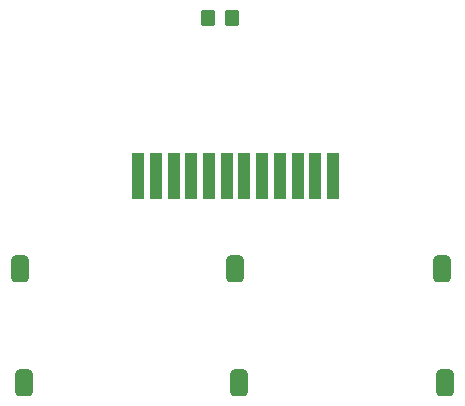
<source format=gbr>
%TF.GenerationSoftware,KiCad,Pcbnew,7.0.9*%
%TF.CreationDate,2024-01-16T21:18:43+00:00*%
%TF.ProjectId,egg-timer,6567672d-7469-46d6-9572-2e6b69636164,rev?*%
%TF.SameCoordinates,Original*%
%TF.FileFunction,Paste,Top*%
%TF.FilePolarity,Positive*%
%FSLAX46Y46*%
G04 Gerber Fmt 4.6, Leading zero omitted, Abs format (unit mm)*
G04 Created by KiCad (PCBNEW 7.0.9) date 2024-01-16 21:18:43*
%MOMM*%
%LPD*%
G01*
G04 APERTURE LIST*
G04 Aperture macros list*
%AMRoundRect*
0 Rectangle with rounded corners*
0 $1 Rounding radius*
0 $2 $3 $4 $5 $6 $7 $8 $9 X,Y pos of 4 corners*
0 Add a 4 corners polygon primitive as box body*
4,1,4,$2,$3,$4,$5,$6,$7,$8,$9,$2,$3,0*
0 Add four circle primitives for the rounded corners*
1,1,$1+$1,$2,$3*
1,1,$1+$1,$4,$5*
1,1,$1+$1,$6,$7*
1,1,$1+$1,$8,$9*
0 Add four rect primitives between the rounded corners*
20,1,$1+$1,$2,$3,$4,$5,0*
20,1,$1+$1,$4,$5,$6,$7,0*
20,1,$1+$1,$6,$7,$8,$9,0*
20,1,$1+$1,$8,$9,$2,$3,0*%
G04 Aperture macros list end*
%ADD10RoundRect,0.381000X0.381000X-0.762000X0.381000X0.762000X-0.381000X0.762000X-0.381000X-0.762000X0*%
%ADD11RoundRect,0.250000X0.350000X0.450000X-0.350000X0.450000X-0.350000X-0.450000X0.350000X-0.450000X0*%
%ADD12R,1.000000X4.000000*%
G04 APERTURE END LIST*
D10*
%TO.C,SW2*%
X126000000Y-115000000D03*
X125700000Y-105400000D03*
%TD*%
D11*
%TO.C,R5*%
X125400000Y-84100000D03*
X123400000Y-84100000D03*
%TD*%
D10*
%TO.C,SW1*%
X107800000Y-115000000D03*
X107500000Y-105400000D03*
%TD*%
D12*
%TO.C,U3*%
X117500000Y-97500000D03*
X119000000Y-97500000D03*
X120500000Y-97500000D03*
X122000000Y-97500000D03*
X123500000Y-97500000D03*
X125000000Y-97500000D03*
X126500000Y-97500000D03*
X128000000Y-97500000D03*
X129500000Y-97500000D03*
X131000000Y-97500000D03*
X132500000Y-97500000D03*
X134000000Y-97500000D03*
%TD*%
D10*
%TO.C,SW3*%
X143500000Y-115000000D03*
X143200000Y-105400000D03*
%TD*%
M02*

</source>
